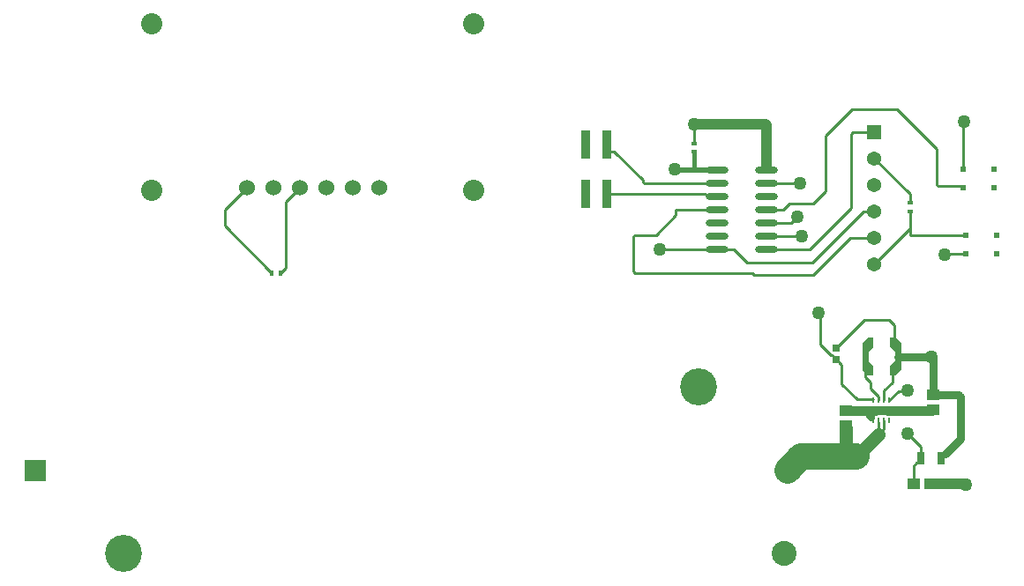
<source format=gtl>
G04*
G04 #@! TF.GenerationSoftware,Altium Limited,Altium Designer,25.8.1 (18)*
G04*
G04 Layer_Physical_Order=1*
G04 Layer_Color=255*
%FSLAX44Y44*%
%MOMM*%
G71*
G04*
G04 #@! TF.SameCoordinates,0E36A995-5994-4D59-ADB7-A1CD213CA6DD*
G04*
G04*
G04 #@! TF.FilePolarity,Positive*
G04*
G01*
G75*
%ADD14C,0.2540*%
%ADD15R,0.4000X0.5000*%
%ADD16R,0.5500X0.6000*%
%ADD17R,1.3082X1.0057*%
%ADD18R,1.1581X1.0121*%
G04:AMPARAMS|DCode=19|XSize=0.5mm|YSize=0.25mm|CornerRadius=0.05mm|HoleSize=0mm|Usage=FLASHONLY|Rotation=90.000|XOffset=0mm|YOffset=0mm|HoleType=Round|Shape=RoundedRectangle|*
%AMROUNDEDRECTD19*
21,1,0.5000,0.1500,0,0,90.0*
21,1,0.4000,0.2500,0,0,90.0*
1,1,0.1000,0.0750,0.2000*
1,1,0.1000,0.0750,-0.2000*
1,1,0.1000,-0.0750,-0.2000*
1,1,0.1000,-0.0750,0.2000*
%
%ADD19ROUNDEDRECTD19*%
%ADD20R,0.5000X0.4000*%
%ADD21O,2.2000X0.6000*%
%ADD22R,0.7000X1.1500*%
%ADD23R,0.7500X0.6500*%
%ADD24R,0.8900X2.7500*%
G04:AMPARAMS|DCode=25|XSize=0.9mm|YSize=1.6mm|CornerRadius=0.0495mm|HoleSize=0mm|Usage=FLASHONLY|Rotation=90.000|XOffset=0mm|YOffset=0mm|HoleType=Round|Shape=RoundedRectangle|*
%AMROUNDEDRECTD25*
21,1,0.9000,1.5010,0,0,90.0*
21,1,0.8010,1.6000,0,0,90.0*
1,1,0.0990,0.7505,0.4005*
1,1,0.0990,0.7505,-0.4005*
1,1,0.0990,-0.7505,-0.4005*
1,1,0.0990,-0.7505,0.4005*
%
%ADD25ROUNDEDRECTD25*%
%ADD32R,2.0200X2.0200*%
%ADD33C,2.0200*%
%ADD35C,2.3900*%
%ADD36C,3.5500*%
%ADD38C,0.5000*%
%ADD39R,0.6000X2.6500*%
%ADD40C,0.7620*%
%ADD41C,1.2700*%
%ADD42C,1.0160*%
%ADD43C,0.8890*%
%ADD44C,0.6350*%
%ADD45C,0.5080*%
%ADD46C,0.3810*%
%ADD47C,2.5400*%
%ADD48C,1.5240*%
%ADD49C,2.0320*%
%ADD50C,1.3700*%
%ADD51R,1.3700X1.3700*%
%ADD52C,1.2700*%
G36*
X1586862Y802707D02*
X1582363Y798262D01*
Y789452D01*
X1586862Y785007D01*
Y775357D01*
X1581613D01*
X1576363Y780607D01*
Y807107D01*
X1581613Y812357D01*
X1586862D01*
Y802707D01*
D02*
G37*
G36*
X1613362Y807107D02*
Y780607D01*
X1608113Y775357D01*
X1602863D01*
Y785007D01*
X1607363Y789452D01*
Y798262D01*
X1602863Y802707D01*
Y812357D01*
X1608113D01*
X1613362Y807107D01*
D02*
G37*
D14*
X1484500Y896620D02*
X1525270D01*
X1565307Y936657D01*
Y1007777D01*
X1577340Y933450D02*
X1587500D01*
X1527810Y883920D02*
X1577340Y933450D01*
X1465580Y883920D02*
X1527810D01*
X1452880Y896620D02*
X1465580Y883920D01*
X1381760Y896620D02*
X1452880D01*
X1507490Y922020D02*
X1513840Y928370D01*
X1484500Y922020D02*
X1507490D01*
X1655970Y892700D02*
X1675620D01*
X1654810Y891540D02*
X1655970Y892700D01*
X1644015Y757012D02*
X1644107Y756920D01*
X1668562D02*
X1670050Y755432D01*
X1653840Y700440D02*
X1656090D01*
X1651610Y698210D02*
X1653840Y700440D01*
X1651610Y695960D02*
Y698210D01*
X1560195Y707840D02*
X1570355Y697680D01*
X1591945Y719270D02*
X1596985Y724310D01*
Y732630D01*
X1606550Y805180D02*
Y824230D01*
X1601470Y829310D02*
X1606550Y824230D01*
X1578375Y829310D02*
X1601470D01*
X1553785Y804720D02*
X1578375Y829310D01*
X1553785Y804220D02*
Y804720D01*
X1551805Y802240D02*
X1553785Y804220D01*
X1551305Y802240D02*
X1551805D01*
X1587500Y882650D02*
X1621790Y916940D01*
Y933260D01*
Y941260D02*
Y949960D01*
X1587500Y984250D02*
X1621790Y949960D01*
X1022350Y942594D02*
X1036066Y956310D01*
X1022350Y878650D02*
Y942594D01*
X1018690Y874990D02*
X1022350Y878650D01*
X1018190Y874990D02*
X1018690D01*
X1017460Y874260D02*
X1018190Y874990D01*
X1017460Y873760D02*
Y874260D01*
X1009460Y873760D02*
Y874260D01*
X1008730Y874990D02*
X1009460Y874260D01*
X1008230Y874990D02*
X1008730D01*
X963930Y919290D02*
X1008230Y874990D01*
X963930Y919290D02*
Y934720D01*
X985266Y956056D01*
Y956310D01*
X1673080Y974200D02*
Y1019030D01*
X1673860Y1019810D01*
X1621790Y910590D02*
X1621900Y910700D01*
X1675620D01*
X1621790Y910590D02*
Y916940D01*
X1484500Y909320D02*
X1517650D01*
X1671700Y957580D02*
X1673080Y956200D01*
X1648678Y957580D02*
X1671700D01*
X1647190Y959068D02*
X1648678Y957580D01*
X1647190Y959068D02*
Y993140D01*
X1609090Y1031240D02*
X1647190Y993140D01*
X1565910Y1031240D02*
X1609090D01*
X1540510Y1005840D02*
X1565910Y1031240D01*
X1540510Y952500D02*
Y1005840D01*
X1529080Y941070D02*
X1540510Y952500D01*
X1506220Y941070D02*
X1529080D01*
X1499870Y934720D02*
X1506220Y941070D01*
X1484500Y934720D02*
X1499870D01*
X1564640Y908050D02*
X1587500D01*
X1529080Y872490D02*
X1564640Y908050D01*
X1471930Y872490D02*
X1529080D01*
X1470660Y873760D02*
X1471930Y872490D01*
X1357848Y873760D02*
X1470660D01*
X1356360Y875248D02*
X1357848Y873760D01*
X1356360Y875248D02*
Y909102D01*
X1357848Y910590D01*
X1377950D01*
X1397000Y929640D01*
Y934720D01*
X1567180Y1009650D02*
X1587500D01*
X1565307Y1007777D02*
X1567180Y1009650D01*
X1397000Y934720D02*
X1397218Y934938D01*
X1399322D01*
X1399540Y934720D01*
X1436500D01*
X1534160Y835660D02*
X1535430Y834390D01*
Y805727D02*
Y834390D01*
X1484500Y960120D02*
X1516380D01*
X1366738D02*
X1436500D01*
X1365250Y961608D02*
X1366738Y960120D01*
X1365250Y961608D02*
Y963390D01*
X1337572Y991068D02*
X1365250Y963390D01*
X1333980Y991068D02*
X1337572D01*
X1330800Y994248D02*
X1333980Y991068D01*
X1330800Y994248D02*
Y997840D01*
X1428202Y947420D02*
X1436500D01*
X1425282Y950340D02*
X1428202Y947420D01*
X1330800Y950340D02*
X1425282D01*
X1640840Y739313D02*
X1643657Y742130D01*
X1581187Y739100D02*
Y741772D01*
X1673860Y671830D02*
X1675130Y670560D01*
X1585197Y735090D02*
X1585795D01*
X1586985Y733900D01*
X1483012Y1017270D02*
X1484500Y1015782D01*
X1414780Y998410D02*
Y1017270D01*
X1642003Y793857D02*
X1642110Y793750D01*
X1644015Y791845D01*
X1610363Y783607D02*
Y791442D01*
X1608255Y793172D02*
X1609985Y791442D01*
X1606598Y781877D02*
X1608633D01*
X1610363Y783607D01*
X1605110Y780389D02*
X1606598Y781877D01*
X1605110Y769350D02*
Y780389D01*
X1597145Y761385D02*
X1605110Y769350D01*
X1597145Y751630D02*
Y761385D01*
X1596985Y751630D02*
X1597145D01*
X1414780Y974790D02*
X1416750Y972820D01*
X1535430Y805727D02*
X1545977Y795180D01*
X1547337D01*
X1548825Y793692D01*
Y793220D02*
Y793692D01*
Y793220D02*
X1550805Y791240D01*
X1551305D01*
X1619250Y720090D02*
X1632610Y706730D01*
Y695960D02*
Y706730D01*
Y693710D02*
Y695960D01*
X1630380Y691480D02*
X1632610Y693710D01*
X1628130Y691480D02*
X1630380D01*
X1625200Y688550D02*
X1628130Y691480D01*
X1625200Y671830D02*
Y688550D01*
X1579363Y773847D02*
Y793857D01*
Y773847D02*
X1583860Y769350D01*
X1591945Y719270D02*
Y730901D01*
X1619563Y760858D02*
X1619885Y761180D01*
X1611213Y760858D02*
X1619563D01*
X1601985Y751630D02*
X1611213Y760858D01*
X1583860Y763209D02*
Y769350D01*
Y763209D02*
X1592065Y755004D01*
Y751650D02*
Y755004D01*
X1592025Y751650D02*
X1592065D01*
X1592005Y751630D02*
X1592025Y751650D01*
X1591985Y751630D02*
X1592005D01*
X1551805Y791240D02*
X1553785Y789260D01*
Y788760D02*
Y789260D01*
Y788760D02*
X1556385Y786160D01*
Y767530D02*
Y786160D01*
X1571015Y752900D02*
X1586985D01*
X1556385Y767530D02*
X1571015Y752900D01*
D15*
X1017460Y873760D02*
D03*
X1009460D02*
D03*
D16*
X1675620Y910700D02*
D03*
X1673080Y974200D02*
D03*
X1705120Y892700D02*
D03*
Y910700D02*
D03*
X1675620Y892700D02*
D03*
X1702580Y956200D02*
D03*
Y974200D02*
D03*
X1673080Y956200D02*
D03*
D17*
X1644015Y742488D02*
D03*
X1560195Y741772D02*
D03*
X1644015Y757012D02*
D03*
X1560195Y727248D02*
D03*
D18*
X1641240Y671830D02*
D03*
X1625200D02*
D03*
D19*
X1586985Y732630D02*
D03*
X1596985Y751630D02*
D03*
X1591985Y732630D02*
D03*
X1596985D02*
D03*
X1601985D02*
D03*
Y751630D02*
D03*
X1591985D02*
D03*
X1586985D02*
D03*
D20*
X1621790Y933260D02*
D03*
X1414780Y998410D02*
D03*
X1621790Y941260D02*
D03*
X1414780Y990410D02*
D03*
D21*
X1484500Y972820D02*
D03*
X1436500D02*
D03*
Y960120D02*
D03*
Y947420D02*
D03*
Y934720D02*
D03*
Y922020D02*
D03*
Y909320D02*
D03*
Y896620D02*
D03*
X1484500Y947420D02*
D03*
Y934720D02*
D03*
Y922020D02*
D03*
Y909320D02*
D03*
Y896620D02*
D03*
Y960120D02*
D03*
D22*
X1651610Y695960D02*
D03*
X1632610D02*
D03*
D23*
X1551305Y802240D02*
D03*
Y791240D02*
D03*
D24*
X1310800Y950340D02*
D03*
Y997840D02*
D03*
X1330800Y950340D02*
D03*
Y997840D02*
D03*
D25*
X1594485Y742130D02*
D03*
D32*
X781900Y684530D02*
D03*
D33*
X1504100D02*
D03*
D35*
X1501000Y604530D02*
D03*
D36*
X867000D02*
D03*
X1419000Y764530D02*
D03*
D38*
X1599985Y742130D02*
D03*
X1588985D02*
D03*
D39*
X1579363Y793857D02*
D03*
X1610363D02*
D03*
D40*
X1644107Y756920D02*
X1668562D01*
X1670050Y714400D02*
Y755432D01*
X1656090Y700440D02*
X1670050Y714400D01*
X1610363Y793857D02*
X1642003D01*
X1644015Y757012D02*
Y791845D01*
D41*
X1560195Y706316D02*
Y725216D01*
X1570355Y697680D02*
X1591945Y719270D01*
D42*
X1484500Y975360D02*
Y1015782D01*
X1641240Y671830D02*
X1673860D01*
X1414780Y1017270D02*
X1483012D01*
D43*
X1599985Y742130D02*
X1643657D01*
X1581187Y741772D02*
X1588985D01*
X1560195D02*
X1581187D01*
D44*
Y739100D02*
X1585197Y735090D01*
D45*
X1416750Y972820D02*
X1436500D01*
X1397000D02*
X1416750D01*
X1395730Y974090D02*
X1397000Y972820D01*
D46*
X1414780Y974790D02*
Y990410D01*
D47*
X1504100Y684530D02*
X1517250Y697680D01*
X1570355D01*
D48*
X985266Y956310D02*
D03*
X1010666D02*
D03*
X1036066D02*
D03*
X1061466D02*
D03*
X1086866D02*
D03*
X1112266D02*
D03*
D49*
X1203452Y1113130D02*
D03*
X894080Y953770D02*
D03*
X1203452D02*
D03*
X894080Y1113130D02*
D03*
D50*
X1587500Y882650D02*
D03*
Y984250D02*
D03*
Y958850D02*
D03*
Y933450D02*
D03*
Y908050D02*
D03*
D51*
Y1009650D02*
D03*
D52*
X1673860Y1019810D02*
D03*
X1654810Y891540D02*
D03*
X1513840Y928370D02*
D03*
X1517650Y909320D02*
D03*
X1381760Y896620D02*
D03*
X1534160Y835660D02*
D03*
X1516380Y960120D02*
D03*
X1675130Y670560D02*
D03*
X1414780Y1017270D02*
D03*
X1642110Y793750D02*
D03*
X1395730Y974090D02*
D03*
X1619250Y720090D02*
D03*
X1619885Y761180D02*
D03*
M02*

</source>
